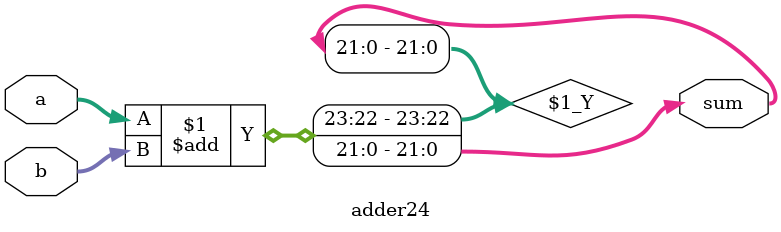
<source format=v>
module adder24( // 16 sums of 20 bit integers (for acc_ctrl16 which accumulates MAC 16 times)
    sum,a,b
    );
    output signed [21:0]sum;
    input signed [19:0] a;
    input signed [23:0] b;
    assign sum= a+b;
endmodule

</source>
